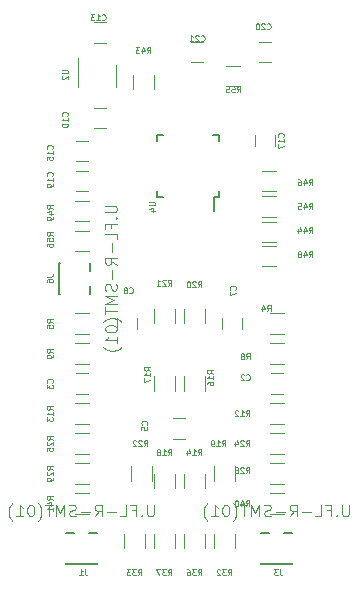
<source format=gbo>
G04 #@! TF.FileFunction,Legend,Bot*
%FSLAX46Y46*%
G04 Gerber Fmt 4.6, Leading zero omitted, Abs format (unit mm)*
G04 Created by KiCad (PCBNEW 4.0.6) date 08/04/17 15:07:46*
%MOMM*%
%LPD*%
G01*
G04 APERTURE LIST*
%ADD10C,0.100000*%
%ADD11C,0.120000*%
%ADD12C,0.127000*%
%ADD13C,0.150000*%
%ADD14C,0.125000*%
%ADD15C,0.050000*%
G04 APERTURE END LIST*
D10*
D11*
X161075000Y-122420000D02*
X161075000Y-121420000D01*
X162775000Y-121420000D02*
X162775000Y-122420000D01*
X166235000Y-127850000D02*
X165235000Y-127850000D01*
X165235000Y-126150000D02*
X166235000Y-126150000D01*
X162170000Y-135220000D02*
X162170000Y-134020000D01*
X160410000Y-134020000D02*
X160410000Y-135220000D01*
X157090000Y-140935000D02*
X157090000Y-139735000D01*
X155330000Y-139735000D02*
X155330000Y-140935000D01*
X152105000Y-100065000D02*
X152105000Y-101865000D01*
X148885000Y-101865000D02*
X148885000Y-99415000D01*
X148625000Y-122800000D02*
X149825000Y-122800000D01*
X149825000Y-121040000D02*
X148625000Y-121040000D01*
X157090000Y-135855000D02*
X157090000Y-134655000D01*
X155330000Y-134655000D02*
X155330000Y-135855000D01*
X156980000Y-129960000D02*
X157980000Y-129960000D01*
X157980000Y-131660000D02*
X156980000Y-131660000D01*
X165700000Y-111134000D02*
X164500000Y-111134000D01*
X164500000Y-112894000D02*
X165700000Y-112894000D01*
X159630000Y-121885000D02*
X159630000Y-120685000D01*
X157870000Y-120685000D02*
X157870000Y-121885000D01*
X148725000Y-126150000D02*
X149725000Y-126150000D01*
X149725000Y-127850000D02*
X148725000Y-127850000D01*
X152185000Y-122420000D02*
X152185000Y-121420000D01*
X153885000Y-121420000D02*
X153885000Y-122420000D01*
X150249000Y-103671000D02*
X151249000Y-103671000D01*
X151249000Y-105371000D02*
X150249000Y-105371000D01*
X150249000Y-96432000D02*
X151249000Y-96432000D01*
X151249000Y-98132000D02*
X150249000Y-98132000D01*
X148725000Y-106465000D02*
X149725000Y-106465000D01*
X149725000Y-108165000D02*
X148725000Y-108165000D01*
X163869000Y-106926000D02*
X163869000Y-105926000D01*
X165569000Y-105926000D02*
X165569000Y-106926000D01*
X149725000Y-110705000D02*
X148725000Y-110705000D01*
X148725000Y-109005000D02*
X149725000Y-109005000D01*
X165219000Y-99783000D02*
X164219000Y-99783000D01*
X164219000Y-98083000D02*
X165219000Y-98083000D01*
X158504000Y-98083000D02*
X159504000Y-98083000D01*
X159504000Y-99783000D02*
X158504000Y-99783000D01*
D12*
X147925000Y-142270000D02*
X150525000Y-142270000D01*
X147895000Y-142170000D02*
X147895000Y-142260000D01*
X150555000Y-142180000D02*
X150555000Y-142270000D01*
X148595000Y-139670000D02*
X147925000Y-139670000D01*
X150525000Y-139670000D02*
X149855000Y-139670000D01*
X164435000Y-142270000D02*
X167035000Y-142270000D01*
X164405000Y-142170000D02*
X164405000Y-142260000D01*
X167065000Y-142180000D02*
X167065000Y-142270000D01*
X165105000Y-139670000D02*
X164435000Y-139670000D01*
X167035000Y-139670000D02*
X166365000Y-139670000D01*
X147290000Y-116810000D02*
X147290000Y-119410000D01*
X147390000Y-116780000D02*
X147300000Y-116780000D01*
X147380000Y-119440000D02*
X147290000Y-119440000D01*
X149890000Y-117480000D02*
X149890000Y-116810000D01*
X149890000Y-119410000D02*
X149890000Y-118740000D01*
D11*
X166335000Y-121040000D02*
X165135000Y-121040000D01*
X165135000Y-122800000D02*
X166335000Y-122800000D01*
X165135000Y-125340000D02*
X166335000Y-125340000D01*
X166335000Y-123580000D02*
X165135000Y-123580000D01*
X149825000Y-123580000D02*
X148625000Y-123580000D01*
X148625000Y-125340000D02*
X149825000Y-125340000D01*
X166335000Y-128660000D02*
X165135000Y-128660000D01*
X165135000Y-130420000D02*
X166335000Y-130420000D01*
X148625000Y-130420000D02*
X149825000Y-130420000D01*
X149825000Y-128660000D02*
X148625000Y-128660000D01*
X159630000Y-135855000D02*
X159630000Y-134655000D01*
X157870000Y-134655000D02*
X157870000Y-135855000D01*
X157870000Y-126400000D02*
X157870000Y-127600000D01*
X159630000Y-127600000D02*
X159630000Y-126400000D01*
X155330000Y-126400000D02*
X155330000Y-127600000D01*
X157090000Y-127600000D02*
X157090000Y-126400000D01*
X157090000Y-121885000D02*
X157090000Y-120685000D01*
X155330000Y-120685000D02*
X155330000Y-121885000D01*
X155185000Y-135220000D02*
X155185000Y-134020000D01*
X153425000Y-134020000D02*
X153425000Y-135220000D01*
X166335000Y-131200000D02*
X165135000Y-131200000D01*
X165135000Y-132960000D02*
X166335000Y-132960000D01*
X148625000Y-132960000D02*
X149825000Y-132960000D01*
X149825000Y-131200000D02*
X148625000Y-131200000D01*
X165135000Y-135500000D02*
X166335000Y-135500000D01*
X166335000Y-133740000D02*
X165135000Y-133740000D01*
X149825000Y-133740000D02*
X148625000Y-133740000D01*
X148625000Y-135500000D02*
X149825000Y-135500000D01*
X162170000Y-140935000D02*
X162170000Y-139735000D01*
X160410000Y-139735000D02*
X160410000Y-140935000D01*
X154550000Y-140935000D02*
X154550000Y-139735000D01*
X152790000Y-139735000D02*
X152790000Y-140935000D01*
X159630000Y-140935000D02*
X159630000Y-139735000D01*
X157870000Y-139735000D02*
X157870000Y-140935000D01*
X165135000Y-138040000D02*
X166335000Y-138040000D01*
X166335000Y-136280000D02*
X165135000Y-136280000D01*
X149825000Y-136280000D02*
X148625000Y-136280000D01*
X148625000Y-138040000D02*
X149825000Y-138040000D01*
X155312000Y-102073000D02*
X155312000Y-100873000D01*
X153552000Y-100873000D02*
X153552000Y-102073000D01*
X165700000Y-113293000D02*
X164500000Y-113293000D01*
X164500000Y-115053000D02*
X165700000Y-115053000D01*
X165700000Y-108975000D02*
X164500000Y-108975000D01*
X164500000Y-110735000D02*
X165700000Y-110735000D01*
X165700000Y-115325000D02*
X164500000Y-115325000D01*
X164500000Y-117085000D02*
X165700000Y-117085000D01*
X149825000Y-111515000D02*
X148625000Y-111515000D01*
X148625000Y-113275000D02*
X149825000Y-113275000D01*
X162652000Y-100085000D02*
X161452000Y-100085000D01*
X161452000Y-101845000D02*
X162652000Y-101845000D01*
X148625000Y-115815000D02*
X149825000Y-115815000D01*
X149825000Y-114055000D02*
X148625000Y-114055000D01*
D13*
X160867000Y-111210000D02*
X160442000Y-111210000D01*
X160867000Y-105960000D02*
X160357000Y-105960000D01*
X155617000Y-105960000D02*
X156127000Y-105960000D01*
X155617000Y-111210000D02*
X156127000Y-111210000D01*
X160867000Y-111210000D02*
X160867000Y-110700000D01*
X155617000Y-111210000D02*
X155617000Y-110700000D01*
X155617000Y-105960000D02*
X155617000Y-106470000D01*
X160867000Y-105960000D02*
X160867000Y-106470000D01*
X160442000Y-111210000D02*
X160442000Y-112435000D01*
D14*
X162230571Y-119042667D02*
X162254381Y-119018857D01*
X162278190Y-118947429D01*
X162278190Y-118899810D01*
X162254381Y-118828381D01*
X162206762Y-118780762D01*
X162159143Y-118756953D01*
X162063905Y-118733143D01*
X161992476Y-118733143D01*
X161897238Y-118756953D01*
X161849619Y-118780762D01*
X161802000Y-118828381D01*
X161778190Y-118899810D01*
X161778190Y-118947429D01*
X161802000Y-119018857D01*
X161825810Y-119042667D01*
X161778190Y-119209334D02*
X161778190Y-119542667D01*
X162278190Y-119328381D01*
X163151333Y-126670571D02*
X163175143Y-126694381D01*
X163246571Y-126718190D01*
X163294190Y-126718190D01*
X163365619Y-126694381D01*
X163413238Y-126646762D01*
X163437047Y-126599143D01*
X163460857Y-126503905D01*
X163460857Y-126432476D01*
X163437047Y-126337238D01*
X163413238Y-126289619D01*
X163365619Y-126242000D01*
X163294190Y-126218190D01*
X163246571Y-126218190D01*
X163175143Y-126242000D01*
X163151333Y-126265810D01*
X162960857Y-126265810D02*
X162937047Y-126242000D01*
X162889428Y-126218190D01*
X162770381Y-126218190D01*
X162722762Y-126242000D01*
X162698952Y-126265810D01*
X162675143Y-126313429D01*
X162675143Y-126361048D01*
X162698952Y-126432476D01*
X162984666Y-126718190D01*
X162675143Y-126718190D01*
X161103428Y-132306190D02*
X161270095Y-132068095D01*
X161389142Y-132306190D02*
X161389142Y-131806190D01*
X161198666Y-131806190D01*
X161151047Y-131830000D01*
X161127238Y-131853810D01*
X161103428Y-131901429D01*
X161103428Y-131972857D01*
X161127238Y-132020476D01*
X161151047Y-132044286D01*
X161198666Y-132068095D01*
X161389142Y-132068095D01*
X160627238Y-132306190D02*
X160912952Y-132306190D01*
X160770095Y-132306190D02*
X160770095Y-131806190D01*
X160817714Y-131877619D01*
X160865333Y-131925238D01*
X160912952Y-131949048D01*
X160389143Y-132306190D02*
X160293905Y-132306190D01*
X160246286Y-132282381D01*
X160222476Y-132258571D01*
X160174857Y-132187143D01*
X160151048Y-132091905D01*
X160151048Y-131901429D01*
X160174857Y-131853810D01*
X160198667Y-131830000D01*
X160246286Y-131806190D01*
X160341524Y-131806190D01*
X160389143Y-131830000D01*
X160412952Y-131853810D01*
X160436762Y-131901429D01*
X160436762Y-132020476D01*
X160412952Y-132068095D01*
X160389143Y-132091905D01*
X160341524Y-132115714D01*
X160246286Y-132115714D01*
X160198667Y-132091905D01*
X160174857Y-132068095D01*
X160151048Y-132020476D01*
X156531428Y-143228190D02*
X156698095Y-142990095D01*
X156817142Y-143228190D02*
X156817142Y-142728190D01*
X156626666Y-142728190D01*
X156579047Y-142752000D01*
X156555238Y-142775810D01*
X156531428Y-142823429D01*
X156531428Y-142894857D01*
X156555238Y-142942476D01*
X156579047Y-142966286D01*
X156626666Y-142990095D01*
X156817142Y-142990095D01*
X156364761Y-142728190D02*
X156055238Y-142728190D01*
X156221904Y-142918667D01*
X156150476Y-142918667D01*
X156102857Y-142942476D01*
X156079047Y-142966286D01*
X156055238Y-143013905D01*
X156055238Y-143132952D01*
X156079047Y-143180571D01*
X156102857Y-143204381D01*
X156150476Y-143228190D01*
X156293333Y-143228190D01*
X156340952Y-143204381D01*
X156364761Y-143180571D01*
X155888571Y-142728190D02*
X155555238Y-142728190D01*
X155769524Y-143228190D01*
X147554190Y-100457048D02*
X147958952Y-100457048D01*
X148006571Y-100480857D01*
X148030381Y-100504667D01*
X148054190Y-100552286D01*
X148054190Y-100647524D01*
X148030381Y-100695143D01*
X148006571Y-100718952D01*
X147958952Y-100742762D01*
X147554190Y-100742762D01*
X147601810Y-100957048D02*
X147578000Y-100980858D01*
X147554190Y-101028477D01*
X147554190Y-101147524D01*
X147578000Y-101195143D01*
X147601810Y-101218953D01*
X147649429Y-101242762D01*
X147697048Y-101242762D01*
X147768476Y-101218953D01*
X148054190Y-100933239D01*
X148054190Y-101242762D01*
X146784190Y-121836667D02*
X146546095Y-121670000D01*
X146784190Y-121550953D02*
X146284190Y-121550953D01*
X146284190Y-121741429D01*
X146308000Y-121789048D01*
X146331810Y-121812857D01*
X146379429Y-121836667D01*
X146450857Y-121836667D01*
X146498476Y-121812857D01*
X146522286Y-121789048D01*
X146546095Y-121741429D01*
X146546095Y-121550953D01*
X146284190Y-122289048D02*
X146284190Y-122050953D01*
X146522286Y-122027143D01*
X146498476Y-122050953D01*
X146474667Y-122098572D01*
X146474667Y-122217619D01*
X146498476Y-122265238D01*
X146522286Y-122289048D01*
X146569905Y-122312857D01*
X146688952Y-122312857D01*
X146736571Y-122289048D01*
X146760381Y-122265238D01*
X146784190Y-122217619D01*
X146784190Y-122098572D01*
X146760381Y-122050953D01*
X146736571Y-122027143D01*
X156531428Y-133068190D02*
X156698095Y-132830095D01*
X156817142Y-133068190D02*
X156817142Y-132568190D01*
X156626666Y-132568190D01*
X156579047Y-132592000D01*
X156555238Y-132615810D01*
X156531428Y-132663429D01*
X156531428Y-132734857D01*
X156555238Y-132782476D01*
X156579047Y-132806286D01*
X156626666Y-132830095D01*
X156817142Y-132830095D01*
X156055238Y-133068190D02*
X156340952Y-133068190D01*
X156198095Y-133068190D02*
X156198095Y-132568190D01*
X156245714Y-132639619D01*
X156293333Y-132687238D01*
X156340952Y-132711048D01*
X155769524Y-132782476D02*
X155817143Y-132758667D01*
X155840952Y-132734857D01*
X155864762Y-132687238D01*
X155864762Y-132663429D01*
X155840952Y-132615810D01*
X155817143Y-132592000D01*
X155769524Y-132568190D01*
X155674286Y-132568190D01*
X155626667Y-132592000D01*
X155602857Y-132615810D01*
X155579048Y-132663429D01*
X155579048Y-132687238D01*
X155602857Y-132734857D01*
X155626667Y-132758667D01*
X155674286Y-132782476D01*
X155769524Y-132782476D01*
X155817143Y-132806286D01*
X155840952Y-132830095D01*
X155864762Y-132877714D01*
X155864762Y-132972952D01*
X155840952Y-133020571D01*
X155817143Y-133044381D01*
X155769524Y-133068190D01*
X155674286Y-133068190D01*
X155626667Y-133044381D01*
X155602857Y-133020571D01*
X155579048Y-132972952D01*
X155579048Y-132877714D01*
X155602857Y-132830095D01*
X155626667Y-132806286D01*
X155674286Y-132782476D01*
X154737571Y-130472667D02*
X154761381Y-130448857D01*
X154785190Y-130377429D01*
X154785190Y-130329810D01*
X154761381Y-130258381D01*
X154713762Y-130210762D01*
X154666143Y-130186953D01*
X154570905Y-130163143D01*
X154499476Y-130163143D01*
X154404238Y-130186953D01*
X154356619Y-130210762D01*
X154309000Y-130258381D01*
X154285190Y-130329810D01*
X154285190Y-130377429D01*
X154309000Y-130448857D01*
X154332810Y-130472667D01*
X154285190Y-130925048D02*
X154285190Y-130686953D01*
X154523286Y-130663143D01*
X154499476Y-130686953D01*
X154475667Y-130734572D01*
X154475667Y-130853619D01*
X154499476Y-130901238D01*
X154523286Y-130925048D01*
X154570905Y-130948857D01*
X154689952Y-130948857D01*
X154737571Y-130925048D01*
X154761381Y-130901238D01*
X154785190Y-130853619D01*
X154785190Y-130734572D01*
X154761381Y-130686953D01*
X154737571Y-130663143D01*
X168469428Y-112240190D02*
X168636095Y-112002095D01*
X168755142Y-112240190D02*
X168755142Y-111740190D01*
X168564666Y-111740190D01*
X168517047Y-111764000D01*
X168493238Y-111787810D01*
X168469428Y-111835429D01*
X168469428Y-111906857D01*
X168493238Y-111954476D01*
X168517047Y-111978286D01*
X168564666Y-112002095D01*
X168755142Y-112002095D01*
X168040857Y-111906857D02*
X168040857Y-112240190D01*
X168159904Y-111716381D02*
X168278952Y-112073524D01*
X167969428Y-112073524D01*
X167540857Y-111740190D02*
X167778952Y-111740190D01*
X167802762Y-111978286D01*
X167778952Y-111954476D01*
X167731333Y-111930667D01*
X167612286Y-111930667D01*
X167564667Y-111954476D01*
X167540857Y-111978286D01*
X167517048Y-112025905D01*
X167517048Y-112144952D01*
X167540857Y-112192571D01*
X167564667Y-112216381D01*
X167612286Y-112240190D01*
X167731333Y-112240190D01*
X167778952Y-112216381D01*
X167802762Y-112192571D01*
X159071428Y-118844190D02*
X159238095Y-118606095D01*
X159357142Y-118844190D02*
X159357142Y-118344190D01*
X159166666Y-118344190D01*
X159119047Y-118368000D01*
X159095238Y-118391810D01*
X159071428Y-118439429D01*
X159071428Y-118510857D01*
X159095238Y-118558476D01*
X159119047Y-118582286D01*
X159166666Y-118606095D01*
X159357142Y-118606095D01*
X158880952Y-118391810D02*
X158857142Y-118368000D01*
X158809523Y-118344190D01*
X158690476Y-118344190D01*
X158642857Y-118368000D01*
X158619047Y-118391810D01*
X158595238Y-118439429D01*
X158595238Y-118487048D01*
X158619047Y-118558476D01*
X158904761Y-118844190D01*
X158595238Y-118844190D01*
X158285714Y-118344190D02*
X158238095Y-118344190D01*
X158190476Y-118368000D01*
X158166667Y-118391810D01*
X158142857Y-118439429D01*
X158119048Y-118534667D01*
X158119048Y-118653714D01*
X158142857Y-118748952D01*
X158166667Y-118796571D01*
X158190476Y-118820381D01*
X158238095Y-118844190D01*
X158285714Y-118844190D01*
X158333333Y-118820381D01*
X158357143Y-118796571D01*
X158380952Y-118748952D01*
X158404762Y-118653714D01*
X158404762Y-118534667D01*
X158380952Y-118439429D01*
X158357143Y-118391810D01*
X158333333Y-118368000D01*
X158285714Y-118344190D01*
X146736571Y-126916667D02*
X146760381Y-126892857D01*
X146784190Y-126821429D01*
X146784190Y-126773810D01*
X146760381Y-126702381D01*
X146712762Y-126654762D01*
X146665143Y-126630953D01*
X146569905Y-126607143D01*
X146498476Y-126607143D01*
X146403238Y-126630953D01*
X146355619Y-126654762D01*
X146308000Y-126702381D01*
X146284190Y-126773810D01*
X146284190Y-126821429D01*
X146308000Y-126892857D01*
X146331810Y-126916667D01*
X146284190Y-127083334D02*
X146284190Y-127392857D01*
X146474667Y-127226191D01*
X146474667Y-127297619D01*
X146498476Y-127345238D01*
X146522286Y-127369048D01*
X146569905Y-127392857D01*
X146688952Y-127392857D01*
X146736571Y-127369048D01*
X146760381Y-127345238D01*
X146784190Y-127297619D01*
X146784190Y-127154762D01*
X146760381Y-127107143D01*
X146736571Y-127083334D01*
X153245333Y-119304571D02*
X153269143Y-119328381D01*
X153340571Y-119352190D01*
X153388190Y-119352190D01*
X153459619Y-119328381D01*
X153507238Y-119280762D01*
X153531047Y-119233143D01*
X153554857Y-119137905D01*
X153554857Y-119066476D01*
X153531047Y-118971238D01*
X153507238Y-118923619D01*
X153459619Y-118876000D01*
X153388190Y-118852190D01*
X153340571Y-118852190D01*
X153269143Y-118876000D01*
X153245333Y-118899810D01*
X152959619Y-119066476D02*
X153007238Y-119042667D01*
X153031047Y-119018857D01*
X153054857Y-118971238D01*
X153054857Y-118947429D01*
X153031047Y-118899810D01*
X153007238Y-118876000D01*
X152959619Y-118852190D01*
X152864381Y-118852190D01*
X152816762Y-118876000D01*
X152792952Y-118899810D01*
X152769143Y-118947429D01*
X152769143Y-118971238D01*
X152792952Y-119018857D01*
X152816762Y-119042667D01*
X152864381Y-119066476D01*
X152959619Y-119066476D01*
X153007238Y-119090286D01*
X153031047Y-119114095D01*
X153054857Y-119161714D01*
X153054857Y-119256952D01*
X153031047Y-119304571D01*
X153007238Y-119328381D01*
X152959619Y-119352190D01*
X152864381Y-119352190D01*
X152816762Y-119328381D01*
X152792952Y-119304571D01*
X152769143Y-119256952D01*
X152769143Y-119161714D01*
X152792952Y-119114095D01*
X152816762Y-119090286D01*
X152864381Y-119066476D01*
X148006571Y-104326572D02*
X148030381Y-104302762D01*
X148054190Y-104231334D01*
X148054190Y-104183715D01*
X148030381Y-104112286D01*
X147982762Y-104064667D01*
X147935143Y-104040858D01*
X147839905Y-104017048D01*
X147768476Y-104017048D01*
X147673238Y-104040858D01*
X147625619Y-104064667D01*
X147578000Y-104112286D01*
X147554190Y-104183715D01*
X147554190Y-104231334D01*
X147578000Y-104302762D01*
X147601810Y-104326572D01*
X148054190Y-104802762D02*
X148054190Y-104517048D01*
X148054190Y-104659905D02*
X147554190Y-104659905D01*
X147625619Y-104612286D01*
X147673238Y-104564667D01*
X147697048Y-104517048D01*
X147554190Y-105112286D02*
X147554190Y-105159905D01*
X147578000Y-105207524D01*
X147601810Y-105231333D01*
X147649429Y-105255143D01*
X147744667Y-105278952D01*
X147863714Y-105278952D01*
X147958952Y-105255143D01*
X148006571Y-105231333D01*
X148030381Y-105207524D01*
X148054190Y-105159905D01*
X148054190Y-105112286D01*
X148030381Y-105064667D01*
X148006571Y-105040857D01*
X147958952Y-105017048D01*
X147863714Y-104993238D01*
X147744667Y-104993238D01*
X147649429Y-105017048D01*
X147601810Y-105040857D01*
X147578000Y-105064667D01*
X147554190Y-105112286D01*
X150943428Y-96190571D02*
X150967238Y-96214381D01*
X151038666Y-96238190D01*
X151086285Y-96238190D01*
X151157714Y-96214381D01*
X151205333Y-96166762D01*
X151229142Y-96119143D01*
X151252952Y-96023905D01*
X151252952Y-95952476D01*
X151229142Y-95857238D01*
X151205333Y-95809619D01*
X151157714Y-95762000D01*
X151086285Y-95738190D01*
X151038666Y-95738190D01*
X150967238Y-95762000D01*
X150943428Y-95785810D01*
X150467238Y-96238190D02*
X150752952Y-96238190D01*
X150610095Y-96238190D02*
X150610095Y-95738190D01*
X150657714Y-95809619D01*
X150705333Y-95857238D01*
X150752952Y-95881048D01*
X150300571Y-95738190D02*
X149991048Y-95738190D01*
X150157714Y-95928667D01*
X150086286Y-95928667D01*
X150038667Y-95952476D01*
X150014857Y-95976286D01*
X149991048Y-96023905D01*
X149991048Y-96142952D01*
X150014857Y-96190571D01*
X150038667Y-96214381D01*
X150086286Y-96238190D01*
X150229143Y-96238190D01*
X150276762Y-96214381D01*
X150300571Y-96190571D01*
X146736571Y-107120572D02*
X146760381Y-107096762D01*
X146784190Y-107025334D01*
X146784190Y-106977715D01*
X146760381Y-106906286D01*
X146712762Y-106858667D01*
X146665143Y-106834858D01*
X146569905Y-106811048D01*
X146498476Y-106811048D01*
X146403238Y-106834858D01*
X146355619Y-106858667D01*
X146308000Y-106906286D01*
X146284190Y-106977715D01*
X146284190Y-107025334D01*
X146308000Y-107096762D01*
X146331810Y-107120572D01*
X146784190Y-107596762D02*
X146784190Y-107311048D01*
X146784190Y-107453905D02*
X146284190Y-107453905D01*
X146355619Y-107406286D01*
X146403238Y-107358667D01*
X146427048Y-107311048D01*
X146284190Y-108049143D02*
X146284190Y-107811048D01*
X146522286Y-107787238D01*
X146498476Y-107811048D01*
X146474667Y-107858667D01*
X146474667Y-107977714D01*
X146498476Y-108025333D01*
X146522286Y-108049143D01*
X146569905Y-108072952D01*
X146688952Y-108072952D01*
X146736571Y-108049143D01*
X146760381Y-108025333D01*
X146784190Y-107977714D01*
X146784190Y-107858667D01*
X146760381Y-107811048D01*
X146736571Y-107787238D01*
X166294571Y-106104572D02*
X166318381Y-106080762D01*
X166342190Y-106009334D01*
X166342190Y-105961715D01*
X166318381Y-105890286D01*
X166270762Y-105842667D01*
X166223143Y-105818858D01*
X166127905Y-105795048D01*
X166056476Y-105795048D01*
X165961238Y-105818858D01*
X165913619Y-105842667D01*
X165866000Y-105890286D01*
X165842190Y-105961715D01*
X165842190Y-106009334D01*
X165866000Y-106080762D01*
X165889810Y-106104572D01*
X166342190Y-106580762D02*
X166342190Y-106295048D01*
X166342190Y-106437905D02*
X165842190Y-106437905D01*
X165913619Y-106390286D01*
X165961238Y-106342667D01*
X165985048Y-106295048D01*
X165842190Y-106747429D02*
X165842190Y-107080762D01*
X166342190Y-106866476D01*
X146736571Y-109406572D02*
X146760381Y-109382762D01*
X146784190Y-109311334D01*
X146784190Y-109263715D01*
X146760381Y-109192286D01*
X146712762Y-109144667D01*
X146665143Y-109120858D01*
X146569905Y-109097048D01*
X146498476Y-109097048D01*
X146403238Y-109120858D01*
X146355619Y-109144667D01*
X146308000Y-109192286D01*
X146284190Y-109263715D01*
X146284190Y-109311334D01*
X146308000Y-109382762D01*
X146331810Y-109406572D01*
X146784190Y-109882762D02*
X146784190Y-109597048D01*
X146784190Y-109739905D02*
X146284190Y-109739905D01*
X146355619Y-109692286D01*
X146403238Y-109644667D01*
X146427048Y-109597048D01*
X146784190Y-110120857D02*
X146784190Y-110216095D01*
X146760381Y-110263714D01*
X146736571Y-110287524D01*
X146665143Y-110335143D01*
X146569905Y-110358952D01*
X146379429Y-110358952D01*
X146331810Y-110335143D01*
X146308000Y-110311333D01*
X146284190Y-110263714D01*
X146284190Y-110168476D01*
X146308000Y-110120857D01*
X146331810Y-110097048D01*
X146379429Y-110073238D01*
X146498476Y-110073238D01*
X146546095Y-110097048D01*
X146569905Y-110120857D01*
X146593714Y-110168476D01*
X146593714Y-110263714D01*
X146569905Y-110311333D01*
X146546095Y-110335143D01*
X146498476Y-110358952D01*
X164913428Y-96952571D02*
X164937238Y-96976381D01*
X165008666Y-97000190D01*
X165056285Y-97000190D01*
X165127714Y-96976381D01*
X165175333Y-96928762D01*
X165199142Y-96881143D01*
X165222952Y-96785905D01*
X165222952Y-96714476D01*
X165199142Y-96619238D01*
X165175333Y-96571619D01*
X165127714Y-96524000D01*
X165056285Y-96500190D01*
X165008666Y-96500190D01*
X164937238Y-96524000D01*
X164913428Y-96547810D01*
X164722952Y-96547810D02*
X164699142Y-96524000D01*
X164651523Y-96500190D01*
X164532476Y-96500190D01*
X164484857Y-96524000D01*
X164461047Y-96547810D01*
X164437238Y-96595429D01*
X164437238Y-96643048D01*
X164461047Y-96714476D01*
X164746761Y-97000190D01*
X164437238Y-97000190D01*
X164127714Y-96500190D02*
X164080095Y-96500190D01*
X164032476Y-96524000D01*
X164008667Y-96547810D01*
X163984857Y-96595429D01*
X163961048Y-96690667D01*
X163961048Y-96809714D01*
X163984857Y-96904952D01*
X164008667Y-96952571D01*
X164032476Y-96976381D01*
X164080095Y-97000190D01*
X164127714Y-97000190D01*
X164175333Y-96976381D01*
X164199143Y-96952571D01*
X164222952Y-96904952D01*
X164246762Y-96809714D01*
X164246762Y-96690667D01*
X164222952Y-96595429D01*
X164199143Y-96547810D01*
X164175333Y-96524000D01*
X164127714Y-96500190D01*
X159325428Y-97968571D02*
X159349238Y-97992381D01*
X159420666Y-98016190D01*
X159468285Y-98016190D01*
X159539714Y-97992381D01*
X159587333Y-97944762D01*
X159611142Y-97897143D01*
X159634952Y-97801905D01*
X159634952Y-97730476D01*
X159611142Y-97635238D01*
X159587333Y-97587619D01*
X159539714Y-97540000D01*
X159468285Y-97516190D01*
X159420666Y-97516190D01*
X159349238Y-97540000D01*
X159325428Y-97563810D01*
X159134952Y-97563810D02*
X159111142Y-97540000D01*
X159063523Y-97516190D01*
X158944476Y-97516190D01*
X158896857Y-97540000D01*
X158873047Y-97563810D01*
X158849238Y-97611429D01*
X158849238Y-97659048D01*
X158873047Y-97730476D01*
X159158761Y-98016190D01*
X158849238Y-98016190D01*
X158373048Y-98016190D02*
X158658762Y-98016190D01*
X158515905Y-98016190D02*
X158515905Y-97516190D01*
X158563524Y-97587619D01*
X158611143Y-97635238D01*
X158658762Y-97659048D01*
X149518666Y-142728190D02*
X149518666Y-143085333D01*
X149542476Y-143156762D01*
X149590095Y-143204381D01*
X149661523Y-143228190D01*
X149709142Y-143228190D01*
X149018667Y-143228190D02*
X149304381Y-143228190D01*
X149161524Y-143228190D02*
X149161524Y-142728190D01*
X149209143Y-142799619D01*
X149256762Y-142847238D01*
X149304381Y-142871048D01*
D15*
X155342857Y-137257381D02*
X155342857Y-138066905D01*
X155295238Y-138162143D01*
X155247619Y-138209762D01*
X155152381Y-138257381D01*
X154961904Y-138257381D01*
X154866666Y-138209762D01*
X154819047Y-138162143D01*
X154771428Y-138066905D01*
X154771428Y-137257381D01*
X154295238Y-138162143D02*
X154247619Y-138209762D01*
X154295238Y-138257381D01*
X154342857Y-138209762D01*
X154295238Y-138162143D01*
X154295238Y-138257381D01*
X153485714Y-137733571D02*
X153819048Y-137733571D01*
X153819048Y-138257381D02*
X153819048Y-137257381D01*
X153342857Y-137257381D01*
X152485714Y-138257381D02*
X152961905Y-138257381D01*
X152961905Y-137257381D01*
X152152381Y-137876429D02*
X151390476Y-137876429D01*
X150342857Y-138257381D02*
X150676191Y-137781190D01*
X150914286Y-138257381D02*
X150914286Y-137257381D01*
X150533333Y-137257381D01*
X150438095Y-137305000D01*
X150390476Y-137352619D01*
X150342857Y-137447857D01*
X150342857Y-137590714D01*
X150390476Y-137685952D01*
X150438095Y-137733571D01*
X150533333Y-137781190D01*
X150914286Y-137781190D01*
X149914286Y-137876429D02*
X149152381Y-137876429D01*
X148723810Y-138209762D02*
X148580953Y-138257381D01*
X148342857Y-138257381D01*
X148247619Y-138209762D01*
X148200000Y-138162143D01*
X148152381Y-138066905D01*
X148152381Y-137971667D01*
X148200000Y-137876429D01*
X148247619Y-137828810D01*
X148342857Y-137781190D01*
X148533334Y-137733571D01*
X148628572Y-137685952D01*
X148676191Y-137638333D01*
X148723810Y-137543095D01*
X148723810Y-137447857D01*
X148676191Y-137352619D01*
X148628572Y-137305000D01*
X148533334Y-137257381D01*
X148295238Y-137257381D01*
X148152381Y-137305000D01*
X147723810Y-138257381D02*
X147723810Y-137257381D01*
X147390476Y-137971667D01*
X147057143Y-137257381D01*
X147057143Y-138257381D01*
X146723810Y-137257381D02*
X146152381Y-137257381D01*
X146438096Y-138257381D02*
X146438096Y-137257381D01*
X145533333Y-138638333D02*
X145580953Y-138590714D01*
X145676191Y-138447857D01*
X145723810Y-138352619D01*
X145771429Y-138209762D01*
X145819048Y-137971667D01*
X145819048Y-137781190D01*
X145771429Y-137543095D01*
X145723810Y-137400238D01*
X145676191Y-137305000D01*
X145580953Y-137162143D01*
X145533333Y-137114524D01*
X144961905Y-137257381D02*
X144866666Y-137257381D01*
X144771428Y-137305000D01*
X144723809Y-137352619D01*
X144676190Y-137447857D01*
X144628571Y-137638333D01*
X144628571Y-137876429D01*
X144676190Y-138066905D01*
X144723809Y-138162143D01*
X144771428Y-138209762D01*
X144866666Y-138257381D01*
X144961905Y-138257381D01*
X145057143Y-138209762D01*
X145104762Y-138162143D01*
X145152381Y-138066905D01*
X145200000Y-137876429D01*
X145200000Y-137638333D01*
X145152381Y-137447857D01*
X145104762Y-137352619D01*
X145057143Y-137305000D01*
X144961905Y-137257381D01*
X143676190Y-138257381D02*
X144247619Y-138257381D01*
X143961905Y-138257381D02*
X143961905Y-137257381D01*
X144057143Y-137400238D01*
X144152381Y-137495476D01*
X144247619Y-137543095D01*
X143342857Y-138638333D02*
X143295238Y-138590714D01*
X143200000Y-138447857D01*
X143152381Y-138352619D01*
X143104762Y-138209762D01*
X143057143Y-137971667D01*
X143057143Y-137781190D01*
X143104762Y-137543095D01*
X143152381Y-137400238D01*
X143200000Y-137305000D01*
X143295238Y-137162143D01*
X143342857Y-137114524D01*
D14*
X166028666Y-142728190D02*
X166028666Y-143085333D01*
X166052476Y-143156762D01*
X166100095Y-143204381D01*
X166171523Y-143228190D01*
X166219142Y-143228190D01*
X165838190Y-142728190D02*
X165528667Y-142728190D01*
X165695333Y-142918667D01*
X165623905Y-142918667D01*
X165576286Y-142942476D01*
X165552476Y-142966286D01*
X165528667Y-143013905D01*
X165528667Y-143132952D01*
X165552476Y-143180571D01*
X165576286Y-143204381D01*
X165623905Y-143228190D01*
X165766762Y-143228190D01*
X165814381Y-143204381D01*
X165838190Y-143180571D01*
D15*
X171852857Y-137257381D02*
X171852857Y-138066905D01*
X171805238Y-138162143D01*
X171757619Y-138209762D01*
X171662381Y-138257381D01*
X171471904Y-138257381D01*
X171376666Y-138209762D01*
X171329047Y-138162143D01*
X171281428Y-138066905D01*
X171281428Y-137257381D01*
X170805238Y-138162143D02*
X170757619Y-138209762D01*
X170805238Y-138257381D01*
X170852857Y-138209762D01*
X170805238Y-138162143D01*
X170805238Y-138257381D01*
X169995714Y-137733571D02*
X170329048Y-137733571D01*
X170329048Y-138257381D02*
X170329048Y-137257381D01*
X169852857Y-137257381D01*
X168995714Y-138257381D02*
X169471905Y-138257381D01*
X169471905Y-137257381D01*
X168662381Y-137876429D02*
X167900476Y-137876429D01*
X166852857Y-138257381D02*
X167186191Y-137781190D01*
X167424286Y-138257381D02*
X167424286Y-137257381D01*
X167043333Y-137257381D01*
X166948095Y-137305000D01*
X166900476Y-137352619D01*
X166852857Y-137447857D01*
X166852857Y-137590714D01*
X166900476Y-137685952D01*
X166948095Y-137733571D01*
X167043333Y-137781190D01*
X167424286Y-137781190D01*
X166424286Y-137876429D02*
X165662381Y-137876429D01*
X165233810Y-138209762D02*
X165090953Y-138257381D01*
X164852857Y-138257381D01*
X164757619Y-138209762D01*
X164710000Y-138162143D01*
X164662381Y-138066905D01*
X164662381Y-137971667D01*
X164710000Y-137876429D01*
X164757619Y-137828810D01*
X164852857Y-137781190D01*
X165043334Y-137733571D01*
X165138572Y-137685952D01*
X165186191Y-137638333D01*
X165233810Y-137543095D01*
X165233810Y-137447857D01*
X165186191Y-137352619D01*
X165138572Y-137305000D01*
X165043334Y-137257381D01*
X164805238Y-137257381D01*
X164662381Y-137305000D01*
X164233810Y-138257381D02*
X164233810Y-137257381D01*
X163900476Y-137971667D01*
X163567143Y-137257381D01*
X163567143Y-138257381D01*
X163233810Y-137257381D02*
X162662381Y-137257381D01*
X162948096Y-138257381D02*
X162948096Y-137257381D01*
X162043333Y-138638333D02*
X162090953Y-138590714D01*
X162186191Y-138447857D01*
X162233810Y-138352619D01*
X162281429Y-138209762D01*
X162329048Y-137971667D01*
X162329048Y-137781190D01*
X162281429Y-137543095D01*
X162233810Y-137400238D01*
X162186191Y-137305000D01*
X162090953Y-137162143D01*
X162043333Y-137114524D01*
X161471905Y-137257381D02*
X161376666Y-137257381D01*
X161281428Y-137305000D01*
X161233809Y-137352619D01*
X161186190Y-137447857D01*
X161138571Y-137638333D01*
X161138571Y-137876429D01*
X161186190Y-138066905D01*
X161233809Y-138162143D01*
X161281428Y-138209762D01*
X161376666Y-138257381D01*
X161471905Y-138257381D01*
X161567143Y-138209762D01*
X161614762Y-138162143D01*
X161662381Y-138066905D01*
X161710000Y-137876429D01*
X161710000Y-137638333D01*
X161662381Y-137447857D01*
X161614762Y-137352619D01*
X161567143Y-137305000D01*
X161471905Y-137257381D01*
X160186190Y-138257381D02*
X160757619Y-138257381D01*
X160471905Y-138257381D02*
X160471905Y-137257381D01*
X160567143Y-137400238D01*
X160662381Y-137495476D01*
X160757619Y-137543095D01*
X159852857Y-138638333D02*
X159805238Y-138590714D01*
X159710000Y-138447857D01*
X159662381Y-138352619D01*
X159614762Y-138209762D01*
X159567143Y-137971667D01*
X159567143Y-137781190D01*
X159614762Y-137543095D01*
X159662381Y-137400238D01*
X159710000Y-137305000D01*
X159805238Y-137162143D01*
X159852857Y-137114524D01*
D14*
X146284190Y-117943334D02*
X146641333Y-117943334D01*
X146712762Y-117919524D01*
X146760381Y-117871905D01*
X146784190Y-117800477D01*
X146784190Y-117752858D01*
X146284190Y-118395714D02*
X146284190Y-118300476D01*
X146308000Y-118252857D01*
X146331810Y-118229048D01*
X146403238Y-118181429D01*
X146498476Y-118157619D01*
X146688952Y-118157619D01*
X146736571Y-118181429D01*
X146760381Y-118205238D01*
X146784190Y-118252857D01*
X146784190Y-118348095D01*
X146760381Y-118395714D01*
X146736571Y-118419524D01*
X146688952Y-118443333D01*
X146569905Y-118443333D01*
X146522286Y-118419524D01*
X146498476Y-118395714D01*
X146474667Y-118348095D01*
X146474667Y-118252857D01*
X146498476Y-118205238D01*
X146522286Y-118181429D01*
X146569905Y-118157619D01*
D15*
X151207381Y-111942143D02*
X152016905Y-111942143D01*
X152112143Y-111989762D01*
X152159762Y-112037381D01*
X152207381Y-112132619D01*
X152207381Y-112323096D01*
X152159762Y-112418334D01*
X152112143Y-112465953D01*
X152016905Y-112513572D01*
X151207381Y-112513572D01*
X152112143Y-112989762D02*
X152159762Y-113037381D01*
X152207381Y-112989762D01*
X152159762Y-112942143D01*
X152112143Y-112989762D01*
X152207381Y-112989762D01*
X151683571Y-113799286D02*
X151683571Y-113465952D01*
X152207381Y-113465952D02*
X151207381Y-113465952D01*
X151207381Y-113942143D01*
X152207381Y-114799286D02*
X152207381Y-114323095D01*
X151207381Y-114323095D01*
X151826429Y-115132619D02*
X151826429Y-115894524D01*
X152207381Y-116942143D02*
X151731190Y-116608809D01*
X152207381Y-116370714D02*
X151207381Y-116370714D01*
X151207381Y-116751667D01*
X151255000Y-116846905D01*
X151302619Y-116894524D01*
X151397857Y-116942143D01*
X151540714Y-116942143D01*
X151635952Y-116894524D01*
X151683571Y-116846905D01*
X151731190Y-116751667D01*
X151731190Y-116370714D01*
X151826429Y-117370714D02*
X151826429Y-118132619D01*
X152159762Y-118561190D02*
X152207381Y-118704047D01*
X152207381Y-118942143D01*
X152159762Y-119037381D01*
X152112143Y-119085000D01*
X152016905Y-119132619D01*
X151921667Y-119132619D01*
X151826429Y-119085000D01*
X151778810Y-119037381D01*
X151731190Y-118942143D01*
X151683571Y-118751666D01*
X151635952Y-118656428D01*
X151588333Y-118608809D01*
X151493095Y-118561190D01*
X151397857Y-118561190D01*
X151302619Y-118608809D01*
X151255000Y-118656428D01*
X151207381Y-118751666D01*
X151207381Y-118989762D01*
X151255000Y-119132619D01*
X152207381Y-119561190D02*
X151207381Y-119561190D01*
X151921667Y-119894524D01*
X151207381Y-120227857D01*
X152207381Y-120227857D01*
X151207381Y-120561190D02*
X151207381Y-121132619D01*
X152207381Y-120846904D02*
X151207381Y-120846904D01*
X152588333Y-121751667D02*
X152540714Y-121704047D01*
X152397857Y-121608809D01*
X152302619Y-121561190D01*
X152159762Y-121513571D01*
X151921667Y-121465952D01*
X151731190Y-121465952D01*
X151493095Y-121513571D01*
X151350238Y-121561190D01*
X151255000Y-121608809D01*
X151112143Y-121704047D01*
X151064524Y-121751667D01*
X151207381Y-122323095D02*
X151207381Y-122418334D01*
X151255000Y-122513572D01*
X151302619Y-122561191D01*
X151397857Y-122608810D01*
X151588333Y-122656429D01*
X151826429Y-122656429D01*
X152016905Y-122608810D01*
X152112143Y-122561191D01*
X152159762Y-122513572D01*
X152207381Y-122418334D01*
X152207381Y-122323095D01*
X152159762Y-122227857D01*
X152112143Y-122180238D01*
X152016905Y-122132619D01*
X151826429Y-122085000D01*
X151588333Y-122085000D01*
X151397857Y-122132619D01*
X151302619Y-122180238D01*
X151255000Y-122227857D01*
X151207381Y-122323095D01*
X152207381Y-123608810D02*
X152207381Y-123037381D01*
X152207381Y-123323095D02*
X151207381Y-123323095D01*
X151350238Y-123227857D01*
X151445476Y-123132619D01*
X151493095Y-123037381D01*
X152588333Y-123942143D02*
X152540714Y-123989762D01*
X152397857Y-124085000D01*
X152302619Y-124132619D01*
X152159762Y-124180238D01*
X151921667Y-124227857D01*
X151731190Y-124227857D01*
X151493095Y-124180238D01*
X151350238Y-124132619D01*
X151255000Y-124085000D01*
X151112143Y-123989762D01*
X151064524Y-123942143D01*
D14*
X164929333Y-120876190D02*
X165096000Y-120638095D01*
X165215047Y-120876190D02*
X165215047Y-120376190D01*
X165024571Y-120376190D01*
X164976952Y-120400000D01*
X164953143Y-120423810D01*
X164929333Y-120471429D01*
X164929333Y-120542857D01*
X164953143Y-120590476D01*
X164976952Y-120614286D01*
X165024571Y-120638095D01*
X165215047Y-120638095D01*
X164500762Y-120542857D02*
X164500762Y-120876190D01*
X164619809Y-120352381D02*
X164738857Y-120709524D01*
X164429333Y-120709524D01*
X163151333Y-124940190D02*
X163318000Y-124702095D01*
X163437047Y-124940190D02*
X163437047Y-124440190D01*
X163246571Y-124440190D01*
X163198952Y-124464000D01*
X163175143Y-124487810D01*
X163151333Y-124535429D01*
X163151333Y-124606857D01*
X163175143Y-124654476D01*
X163198952Y-124678286D01*
X163246571Y-124702095D01*
X163437047Y-124702095D01*
X162865619Y-124654476D02*
X162913238Y-124630667D01*
X162937047Y-124606857D01*
X162960857Y-124559238D01*
X162960857Y-124535429D01*
X162937047Y-124487810D01*
X162913238Y-124464000D01*
X162865619Y-124440190D01*
X162770381Y-124440190D01*
X162722762Y-124464000D01*
X162698952Y-124487810D01*
X162675143Y-124535429D01*
X162675143Y-124559238D01*
X162698952Y-124606857D01*
X162722762Y-124630667D01*
X162770381Y-124654476D01*
X162865619Y-124654476D01*
X162913238Y-124678286D01*
X162937047Y-124702095D01*
X162960857Y-124749714D01*
X162960857Y-124844952D01*
X162937047Y-124892571D01*
X162913238Y-124916381D01*
X162865619Y-124940190D01*
X162770381Y-124940190D01*
X162722762Y-124916381D01*
X162698952Y-124892571D01*
X162675143Y-124844952D01*
X162675143Y-124749714D01*
X162698952Y-124702095D01*
X162722762Y-124678286D01*
X162770381Y-124654476D01*
X146784190Y-124376667D02*
X146546095Y-124210000D01*
X146784190Y-124090953D02*
X146284190Y-124090953D01*
X146284190Y-124281429D01*
X146308000Y-124329048D01*
X146331810Y-124352857D01*
X146379429Y-124376667D01*
X146450857Y-124376667D01*
X146498476Y-124352857D01*
X146522286Y-124329048D01*
X146546095Y-124281429D01*
X146546095Y-124090953D01*
X146784190Y-124614762D02*
X146784190Y-124710000D01*
X146760381Y-124757619D01*
X146736571Y-124781429D01*
X146665143Y-124829048D01*
X146569905Y-124852857D01*
X146379429Y-124852857D01*
X146331810Y-124829048D01*
X146308000Y-124805238D01*
X146284190Y-124757619D01*
X146284190Y-124662381D01*
X146308000Y-124614762D01*
X146331810Y-124590953D01*
X146379429Y-124567143D01*
X146498476Y-124567143D01*
X146546095Y-124590953D01*
X146569905Y-124614762D01*
X146593714Y-124662381D01*
X146593714Y-124757619D01*
X146569905Y-124805238D01*
X146546095Y-124829048D01*
X146498476Y-124852857D01*
X163135428Y-129766190D02*
X163302095Y-129528095D01*
X163421142Y-129766190D02*
X163421142Y-129266190D01*
X163230666Y-129266190D01*
X163183047Y-129290000D01*
X163159238Y-129313810D01*
X163135428Y-129361429D01*
X163135428Y-129432857D01*
X163159238Y-129480476D01*
X163183047Y-129504286D01*
X163230666Y-129528095D01*
X163421142Y-129528095D01*
X162659238Y-129766190D02*
X162944952Y-129766190D01*
X162802095Y-129766190D02*
X162802095Y-129266190D01*
X162849714Y-129337619D01*
X162897333Y-129385238D01*
X162944952Y-129409048D01*
X162468762Y-129313810D02*
X162444952Y-129290000D01*
X162397333Y-129266190D01*
X162278286Y-129266190D01*
X162230667Y-129290000D01*
X162206857Y-129313810D01*
X162183048Y-129361429D01*
X162183048Y-129409048D01*
X162206857Y-129480476D01*
X162492571Y-129766190D01*
X162183048Y-129766190D01*
X146784190Y-129218572D02*
X146546095Y-129051905D01*
X146784190Y-128932858D02*
X146284190Y-128932858D01*
X146284190Y-129123334D01*
X146308000Y-129170953D01*
X146331810Y-129194762D01*
X146379429Y-129218572D01*
X146450857Y-129218572D01*
X146498476Y-129194762D01*
X146522286Y-129170953D01*
X146546095Y-129123334D01*
X146546095Y-128932858D01*
X146784190Y-129694762D02*
X146784190Y-129409048D01*
X146784190Y-129551905D02*
X146284190Y-129551905D01*
X146355619Y-129504286D01*
X146403238Y-129456667D01*
X146427048Y-129409048D01*
X146284190Y-129861429D02*
X146284190Y-130170952D01*
X146474667Y-130004286D01*
X146474667Y-130075714D01*
X146498476Y-130123333D01*
X146522286Y-130147143D01*
X146569905Y-130170952D01*
X146688952Y-130170952D01*
X146736571Y-130147143D01*
X146760381Y-130123333D01*
X146784190Y-130075714D01*
X146784190Y-129932857D01*
X146760381Y-129885238D01*
X146736571Y-129861429D01*
X159071428Y-133068190D02*
X159238095Y-132830095D01*
X159357142Y-133068190D02*
X159357142Y-132568190D01*
X159166666Y-132568190D01*
X159119047Y-132592000D01*
X159095238Y-132615810D01*
X159071428Y-132663429D01*
X159071428Y-132734857D01*
X159095238Y-132782476D01*
X159119047Y-132806286D01*
X159166666Y-132830095D01*
X159357142Y-132830095D01*
X158595238Y-133068190D02*
X158880952Y-133068190D01*
X158738095Y-133068190D02*
X158738095Y-132568190D01*
X158785714Y-132639619D01*
X158833333Y-132687238D01*
X158880952Y-132711048D01*
X158166667Y-132734857D02*
X158166667Y-133068190D01*
X158285714Y-132544381D02*
X158404762Y-132901524D01*
X158095238Y-132901524D01*
X160373190Y-126170572D02*
X160135095Y-126003905D01*
X160373190Y-125884858D02*
X159873190Y-125884858D01*
X159873190Y-126075334D01*
X159897000Y-126122953D01*
X159920810Y-126146762D01*
X159968429Y-126170572D01*
X160039857Y-126170572D01*
X160087476Y-126146762D01*
X160111286Y-126122953D01*
X160135095Y-126075334D01*
X160135095Y-125884858D01*
X160373190Y-126646762D02*
X160373190Y-126361048D01*
X160373190Y-126503905D02*
X159873190Y-126503905D01*
X159944619Y-126456286D01*
X159992238Y-126408667D01*
X160016048Y-126361048D01*
X159873190Y-127075333D02*
X159873190Y-126980095D01*
X159897000Y-126932476D01*
X159920810Y-126908667D01*
X159992238Y-126861048D01*
X160087476Y-126837238D01*
X160277952Y-126837238D01*
X160325571Y-126861048D01*
X160349381Y-126884857D01*
X160373190Y-126932476D01*
X160373190Y-127027714D01*
X160349381Y-127075333D01*
X160325571Y-127099143D01*
X160277952Y-127122952D01*
X160158905Y-127122952D01*
X160111286Y-127099143D01*
X160087476Y-127075333D01*
X160063667Y-127027714D01*
X160063667Y-126932476D01*
X160087476Y-126884857D01*
X160111286Y-126861048D01*
X160158905Y-126837238D01*
X155039190Y-125916572D02*
X154801095Y-125749905D01*
X155039190Y-125630858D02*
X154539190Y-125630858D01*
X154539190Y-125821334D01*
X154563000Y-125868953D01*
X154586810Y-125892762D01*
X154634429Y-125916572D01*
X154705857Y-125916572D01*
X154753476Y-125892762D01*
X154777286Y-125868953D01*
X154801095Y-125821334D01*
X154801095Y-125630858D01*
X155039190Y-126392762D02*
X155039190Y-126107048D01*
X155039190Y-126249905D02*
X154539190Y-126249905D01*
X154610619Y-126202286D01*
X154658238Y-126154667D01*
X154682048Y-126107048D01*
X154539190Y-126559429D02*
X154539190Y-126892762D01*
X155039190Y-126678476D01*
X156531428Y-118717190D02*
X156698095Y-118479095D01*
X156817142Y-118717190D02*
X156817142Y-118217190D01*
X156626666Y-118217190D01*
X156579047Y-118241000D01*
X156555238Y-118264810D01*
X156531428Y-118312429D01*
X156531428Y-118383857D01*
X156555238Y-118431476D01*
X156579047Y-118455286D01*
X156626666Y-118479095D01*
X156817142Y-118479095D01*
X156340952Y-118264810D02*
X156317142Y-118241000D01*
X156269523Y-118217190D01*
X156150476Y-118217190D01*
X156102857Y-118241000D01*
X156079047Y-118264810D01*
X156055238Y-118312429D01*
X156055238Y-118360048D01*
X156079047Y-118431476D01*
X156364761Y-118717190D01*
X156055238Y-118717190D01*
X155579048Y-118717190D02*
X155864762Y-118717190D01*
X155721905Y-118717190D02*
X155721905Y-118217190D01*
X155769524Y-118288619D01*
X155817143Y-118336238D01*
X155864762Y-118360048D01*
X154499428Y-132306190D02*
X154666095Y-132068095D01*
X154785142Y-132306190D02*
X154785142Y-131806190D01*
X154594666Y-131806190D01*
X154547047Y-131830000D01*
X154523238Y-131853810D01*
X154499428Y-131901429D01*
X154499428Y-131972857D01*
X154523238Y-132020476D01*
X154547047Y-132044286D01*
X154594666Y-132068095D01*
X154785142Y-132068095D01*
X154308952Y-131853810D02*
X154285142Y-131830000D01*
X154237523Y-131806190D01*
X154118476Y-131806190D01*
X154070857Y-131830000D01*
X154047047Y-131853810D01*
X154023238Y-131901429D01*
X154023238Y-131949048D01*
X154047047Y-132020476D01*
X154332761Y-132306190D01*
X154023238Y-132306190D01*
X153832762Y-131853810D02*
X153808952Y-131830000D01*
X153761333Y-131806190D01*
X153642286Y-131806190D01*
X153594667Y-131830000D01*
X153570857Y-131853810D01*
X153547048Y-131901429D01*
X153547048Y-131949048D01*
X153570857Y-132020476D01*
X153856571Y-132306190D01*
X153547048Y-132306190D01*
X163135428Y-132306190D02*
X163302095Y-132068095D01*
X163421142Y-132306190D02*
X163421142Y-131806190D01*
X163230666Y-131806190D01*
X163183047Y-131830000D01*
X163159238Y-131853810D01*
X163135428Y-131901429D01*
X163135428Y-131972857D01*
X163159238Y-132020476D01*
X163183047Y-132044286D01*
X163230666Y-132068095D01*
X163421142Y-132068095D01*
X162944952Y-131853810D02*
X162921142Y-131830000D01*
X162873523Y-131806190D01*
X162754476Y-131806190D01*
X162706857Y-131830000D01*
X162683047Y-131853810D01*
X162659238Y-131901429D01*
X162659238Y-131949048D01*
X162683047Y-132020476D01*
X162968761Y-132306190D01*
X162659238Y-132306190D01*
X162230667Y-131972857D02*
X162230667Y-132306190D01*
X162349714Y-131782381D02*
X162468762Y-132139524D01*
X162159238Y-132139524D01*
X146784190Y-131758572D02*
X146546095Y-131591905D01*
X146784190Y-131472858D02*
X146284190Y-131472858D01*
X146284190Y-131663334D01*
X146308000Y-131710953D01*
X146331810Y-131734762D01*
X146379429Y-131758572D01*
X146450857Y-131758572D01*
X146498476Y-131734762D01*
X146522286Y-131710953D01*
X146546095Y-131663334D01*
X146546095Y-131472858D01*
X146331810Y-131949048D02*
X146308000Y-131972858D01*
X146284190Y-132020477D01*
X146284190Y-132139524D01*
X146308000Y-132187143D01*
X146331810Y-132210953D01*
X146379429Y-132234762D01*
X146427048Y-132234762D01*
X146498476Y-132210953D01*
X146784190Y-131925239D01*
X146784190Y-132234762D01*
X146284190Y-132687143D02*
X146284190Y-132449048D01*
X146522286Y-132425238D01*
X146498476Y-132449048D01*
X146474667Y-132496667D01*
X146474667Y-132615714D01*
X146498476Y-132663333D01*
X146522286Y-132687143D01*
X146569905Y-132710952D01*
X146688952Y-132710952D01*
X146736571Y-132687143D01*
X146760381Y-132663333D01*
X146784190Y-132615714D01*
X146784190Y-132496667D01*
X146760381Y-132449048D01*
X146736571Y-132425238D01*
X163135428Y-134592190D02*
X163302095Y-134354095D01*
X163421142Y-134592190D02*
X163421142Y-134092190D01*
X163230666Y-134092190D01*
X163183047Y-134116000D01*
X163159238Y-134139810D01*
X163135428Y-134187429D01*
X163135428Y-134258857D01*
X163159238Y-134306476D01*
X163183047Y-134330286D01*
X163230666Y-134354095D01*
X163421142Y-134354095D01*
X162944952Y-134139810D02*
X162921142Y-134116000D01*
X162873523Y-134092190D01*
X162754476Y-134092190D01*
X162706857Y-134116000D01*
X162683047Y-134139810D01*
X162659238Y-134187429D01*
X162659238Y-134235048D01*
X162683047Y-134306476D01*
X162968761Y-134592190D01*
X162659238Y-134592190D01*
X162373524Y-134306476D02*
X162421143Y-134282667D01*
X162444952Y-134258857D01*
X162468762Y-134211238D01*
X162468762Y-134187429D01*
X162444952Y-134139810D01*
X162421143Y-134116000D01*
X162373524Y-134092190D01*
X162278286Y-134092190D01*
X162230667Y-134116000D01*
X162206857Y-134139810D01*
X162183048Y-134187429D01*
X162183048Y-134211238D01*
X162206857Y-134258857D01*
X162230667Y-134282667D01*
X162278286Y-134306476D01*
X162373524Y-134306476D01*
X162421143Y-134330286D01*
X162444952Y-134354095D01*
X162468762Y-134401714D01*
X162468762Y-134496952D01*
X162444952Y-134544571D01*
X162421143Y-134568381D01*
X162373524Y-134592190D01*
X162278286Y-134592190D01*
X162230667Y-134568381D01*
X162206857Y-134544571D01*
X162183048Y-134496952D01*
X162183048Y-134401714D01*
X162206857Y-134354095D01*
X162230667Y-134330286D01*
X162278286Y-134306476D01*
X146784190Y-134298572D02*
X146546095Y-134131905D01*
X146784190Y-134012858D02*
X146284190Y-134012858D01*
X146284190Y-134203334D01*
X146308000Y-134250953D01*
X146331810Y-134274762D01*
X146379429Y-134298572D01*
X146450857Y-134298572D01*
X146498476Y-134274762D01*
X146522286Y-134250953D01*
X146546095Y-134203334D01*
X146546095Y-134012858D01*
X146331810Y-134489048D02*
X146308000Y-134512858D01*
X146284190Y-134560477D01*
X146284190Y-134679524D01*
X146308000Y-134727143D01*
X146331810Y-134750953D01*
X146379429Y-134774762D01*
X146427048Y-134774762D01*
X146498476Y-134750953D01*
X146784190Y-134465239D01*
X146784190Y-134774762D01*
X146784190Y-135012857D02*
X146784190Y-135108095D01*
X146760381Y-135155714D01*
X146736571Y-135179524D01*
X146665143Y-135227143D01*
X146569905Y-135250952D01*
X146379429Y-135250952D01*
X146331810Y-135227143D01*
X146308000Y-135203333D01*
X146284190Y-135155714D01*
X146284190Y-135060476D01*
X146308000Y-135012857D01*
X146331810Y-134989048D01*
X146379429Y-134965238D01*
X146498476Y-134965238D01*
X146546095Y-134989048D01*
X146569905Y-135012857D01*
X146593714Y-135060476D01*
X146593714Y-135155714D01*
X146569905Y-135203333D01*
X146546095Y-135227143D01*
X146498476Y-135250952D01*
X161611428Y-143228190D02*
X161778095Y-142990095D01*
X161897142Y-143228190D02*
X161897142Y-142728190D01*
X161706666Y-142728190D01*
X161659047Y-142752000D01*
X161635238Y-142775810D01*
X161611428Y-142823429D01*
X161611428Y-142894857D01*
X161635238Y-142942476D01*
X161659047Y-142966286D01*
X161706666Y-142990095D01*
X161897142Y-142990095D01*
X161444761Y-142728190D02*
X161135238Y-142728190D01*
X161301904Y-142918667D01*
X161230476Y-142918667D01*
X161182857Y-142942476D01*
X161159047Y-142966286D01*
X161135238Y-143013905D01*
X161135238Y-143132952D01*
X161159047Y-143180571D01*
X161182857Y-143204381D01*
X161230476Y-143228190D01*
X161373333Y-143228190D01*
X161420952Y-143204381D01*
X161444761Y-143180571D01*
X160944762Y-142775810D02*
X160920952Y-142752000D01*
X160873333Y-142728190D01*
X160754286Y-142728190D01*
X160706667Y-142752000D01*
X160682857Y-142775810D01*
X160659048Y-142823429D01*
X160659048Y-142871048D01*
X160682857Y-142942476D01*
X160968571Y-143228190D01*
X160659048Y-143228190D01*
X153991428Y-143228190D02*
X154158095Y-142990095D01*
X154277142Y-143228190D02*
X154277142Y-142728190D01*
X154086666Y-142728190D01*
X154039047Y-142752000D01*
X154015238Y-142775810D01*
X153991428Y-142823429D01*
X153991428Y-142894857D01*
X154015238Y-142942476D01*
X154039047Y-142966286D01*
X154086666Y-142990095D01*
X154277142Y-142990095D01*
X153824761Y-142728190D02*
X153515238Y-142728190D01*
X153681904Y-142918667D01*
X153610476Y-142918667D01*
X153562857Y-142942476D01*
X153539047Y-142966286D01*
X153515238Y-143013905D01*
X153515238Y-143132952D01*
X153539047Y-143180571D01*
X153562857Y-143204381D01*
X153610476Y-143228190D01*
X153753333Y-143228190D01*
X153800952Y-143204381D01*
X153824761Y-143180571D01*
X153348571Y-142728190D02*
X153039048Y-142728190D01*
X153205714Y-142918667D01*
X153134286Y-142918667D01*
X153086667Y-142942476D01*
X153062857Y-142966286D01*
X153039048Y-143013905D01*
X153039048Y-143132952D01*
X153062857Y-143180571D01*
X153086667Y-143204381D01*
X153134286Y-143228190D01*
X153277143Y-143228190D01*
X153324762Y-143204381D01*
X153348571Y-143180571D01*
X159071428Y-143228190D02*
X159238095Y-142990095D01*
X159357142Y-143228190D02*
X159357142Y-142728190D01*
X159166666Y-142728190D01*
X159119047Y-142752000D01*
X159095238Y-142775810D01*
X159071428Y-142823429D01*
X159071428Y-142894857D01*
X159095238Y-142942476D01*
X159119047Y-142966286D01*
X159166666Y-142990095D01*
X159357142Y-142990095D01*
X158904761Y-142728190D02*
X158595238Y-142728190D01*
X158761904Y-142918667D01*
X158690476Y-142918667D01*
X158642857Y-142942476D01*
X158619047Y-142966286D01*
X158595238Y-143013905D01*
X158595238Y-143132952D01*
X158619047Y-143180571D01*
X158642857Y-143204381D01*
X158690476Y-143228190D01*
X158833333Y-143228190D01*
X158880952Y-143204381D01*
X158904761Y-143180571D01*
X158166667Y-142728190D02*
X158261905Y-142728190D01*
X158309524Y-142752000D01*
X158333333Y-142775810D01*
X158380952Y-142847238D01*
X158404762Y-142942476D01*
X158404762Y-143132952D01*
X158380952Y-143180571D01*
X158357143Y-143204381D01*
X158309524Y-143228190D01*
X158214286Y-143228190D01*
X158166667Y-143204381D01*
X158142857Y-143180571D01*
X158119048Y-143132952D01*
X158119048Y-143013905D01*
X158142857Y-142966286D01*
X158166667Y-142942476D01*
X158214286Y-142918667D01*
X158309524Y-142918667D01*
X158357143Y-142942476D01*
X158380952Y-142966286D01*
X158404762Y-143013905D01*
X163135428Y-137386190D02*
X163302095Y-137148095D01*
X163421142Y-137386190D02*
X163421142Y-136886190D01*
X163230666Y-136886190D01*
X163183047Y-136910000D01*
X163159238Y-136933810D01*
X163135428Y-136981429D01*
X163135428Y-137052857D01*
X163159238Y-137100476D01*
X163183047Y-137124286D01*
X163230666Y-137148095D01*
X163421142Y-137148095D01*
X162706857Y-137052857D02*
X162706857Y-137386190D01*
X162825904Y-136862381D02*
X162944952Y-137219524D01*
X162635428Y-137219524D01*
X162349714Y-136886190D02*
X162302095Y-136886190D01*
X162254476Y-136910000D01*
X162230667Y-136933810D01*
X162206857Y-136981429D01*
X162183048Y-137076667D01*
X162183048Y-137195714D01*
X162206857Y-137290952D01*
X162230667Y-137338571D01*
X162254476Y-137362381D01*
X162302095Y-137386190D01*
X162349714Y-137386190D01*
X162397333Y-137362381D01*
X162421143Y-137338571D01*
X162444952Y-137290952D01*
X162468762Y-137195714D01*
X162468762Y-137076667D01*
X162444952Y-136981429D01*
X162421143Y-136933810D01*
X162397333Y-136910000D01*
X162349714Y-136886190D01*
X146784190Y-136838572D02*
X146546095Y-136671905D01*
X146784190Y-136552858D02*
X146284190Y-136552858D01*
X146284190Y-136743334D01*
X146308000Y-136790953D01*
X146331810Y-136814762D01*
X146379429Y-136838572D01*
X146450857Y-136838572D01*
X146498476Y-136814762D01*
X146522286Y-136790953D01*
X146546095Y-136743334D01*
X146546095Y-136552858D01*
X146450857Y-137267143D02*
X146784190Y-137267143D01*
X146260381Y-137148096D02*
X146617524Y-137029048D01*
X146617524Y-137338572D01*
X146784190Y-137790952D02*
X146784190Y-137505238D01*
X146784190Y-137648095D02*
X146284190Y-137648095D01*
X146355619Y-137600476D01*
X146403238Y-137552857D01*
X146427048Y-137505238D01*
X154753428Y-99032190D02*
X154920095Y-98794095D01*
X155039142Y-99032190D02*
X155039142Y-98532190D01*
X154848666Y-98532190D01*
X154801047Y-98556000D01*
X154777238Y-98579810D01*
X154753428Y-98627429D01*
X154753428Y-98698857D01*
X154777238Y-98746476D01*
X154801047Y-98770286D01*
X154848666Y-98794095D01*
X155039142Y-98794095D01*
X154324857Y-98698857D02*
X154324857Y-99032190D01*
X154443904Y-98508381D02*
X154562952Y-98865524D01*
X154253428Y-98865524D01*
X154110571Y-98532190D02*
X153801048Y-98532190D01*
X153967714Y-98722667D01*
X153896286Y-98722667D01*
X153848667Y-98746476D01*
X153824857Y-98770286D01*
X153801048Y-98817905D01*
X153801048Y-98936952D01*
X153824857Y-98984571D01*
X153848667Y-99008381D01*
X153896286Y-99032190D01*
X154039143Y-99032190D01*
X154086762Y-99008381D01*
X154110571Y-98984571D01*
X168469428Y-114272190D02*
X168636095Y-114034095D01*
X168755142Y-114272190D02*
X168755142Y-113772190D01*
X168564666Y-113772190D01*
X168517047Y-113796000D01*
X168493238Y-113819810D01*
X168469428Y-113867429D01*
X168469428Y-113938857D01*
X168493238Y-113986476D01*
X168517047Y-114010286D01*
X168564666Y-114034095D01*
X168755142Y-114034095D01*
X168040857Y-113938857D02*
X168040857Y-114272190D01*
X168159904Y-113748381D02*
X168278952Y-114105524D01*
X167969428Y-114105524D01*
X167564667Y-113938857D02*
X167564667Y-114272190D01*
X167683714Y-113748381D02*
X167802762Y-114105524D01*
X167493238Y-114105524D01*
X168469428Y-110208190D02*
X168636095Y-109970095D01*
X168755142Y-110208190D02*
X168755142Y-109708190D01*
X168564666Y-109708190D01*
X168517047Y-109732000D01*
X168493238Y-109755810D01*
X168469428Y-109803429D01*
X168469428Y-109874857D01*
X168493238Y-109922476D01*
X168517047Y-109946286D01*
X168564666Y-109970095D01*
X168755142Y-109970095D01*
X168040857Y-109874857D02*
X168040857Y-110208190D01*
X168159904Y-109684381D02*
X168278952Y-110041524D01*
X167969428Y-110041524D01*
X167564667Y-109708190D02*
X167659905Y-109708190D01*
X167707524Y-109732000D01*
X167731333Y-109755810D01*
X167778952Y-109827238D01*
X167802762Y-109922476D01*
X167802762Y-110112952D01*
X167778952Y-110160571D01*
X167755143Y-110184381D01*
X167707524Y-110208190D01*
X167612286Y-110208190D01*
X167564667Y-110184381D01*
X167540857Y-110160571D01*
X167517048Y-110112952D01*
X167517048Y-109993905D01*
X167540857Y-109946286D01*
X167564667Y-109922476D01*
X167612286Y-109898667D01*
X167707524Y-109898667D01*
X167755143Y-109922476D01*
X167778952Y-109946286D01*
X167802762Y-109993905D01*
X168469428Y-116304190D02*
X168636095Y-116066095D01*
X168755142Y-116304190D02*
X168755142Y-115804190D01*
X168564666Y-115804190D01*
X168517047Y-115828000D01*
X168493238Y-115851810D01*
X168469428Y-115899429D01*
X168469428Y-115970857D01*
X168493238Y-116018476D01*
X168517047Y-116042286D01*
X168564666Y-116066095D01*
X168755142Y-116066095D01*
X168040857Y-115970857D02*
X168040857Y-116304190D01*
X168159904Y-115780381D02*
X168278952Y-116137524D01*
X167969428Y-116137524D01*
X167707524Y-116018476D02*
X167755143Y-115994667D01*
X167778952Y-115970857D01*
X167802762Y-115923238D01*
X167802762Y-115899429D01*
X167778952Y-115851810D01*
X167755143Y-115828000D01*
X167707524Y-115804190D01*
X167612286Y-115804190D01*
X167564667Y-115828000D01*
X167540857Y-115851810D01*
X167517048Y-115899429D01*
X167517048Y-115923238D01*
X167540857Y-115970857D01*
X167564667Y-115994667D01*
X167612286Y-116018476D01*
X167707524Y-116018476D01*
X167755143Y-116042286D01*
X167778952Y-116066095D01*
X167802762Y-116113714D01*
X167802762Y-116208952D01*
X167778952Y-116256571D01*
X167755143Y-116280381D01*
X167707524Y-116304190D01*
X167612286Y-116304190D01*
X167564667Y-116280381D01*
X167540857Y-116256571D01*
X167517048Y-116208952D01*
X167517048Y-116113714D01*
X167540857Y-116066095D01*
X167564667Y-116042286D01*
X167612286Y-116018476D01*
X146784190Y-112200572D02*
X146546095Y-112033905D01*
X146784190Y-111914858D02*
X146284190Y-111914858D01*
X146284190Y-112105334D01*
X146308000Y-112152953D01*
X146331810Y-112176762D01*
X146379429Y-112200572D01*
X146450857Y-112200572D01*
X146498476Y-112176762D01*
X146522286Y-112152953D01*
X146546095Y-112105334D01*
X146546095Y-111914858D01*
X146450857Y-112629143D02*
X146784190Y-112629143D01*
X146260381Y-112510096D02*
X146617524Y-112391048D01*
X146617524Y-112700572D01*
X146784190Y-112914857D02*
X146784190Y-113010095D01*
X146760381Y-113057714D01*
X146736571Y-113081524D01*
X146665143Y-113129143D01*
X146569905Y-113152952D01*
X146379429Y-113152952D01*
X146331810Y-113129143D01*
X146308000Y-113105333D01*
X146284190Y-113057714D01*
X146284190Y-112962476D01*
X146308000Y-112914857D01*
X146331810Y-112891048D01*
X146379429Y-112867238D01*
X146498476Y-112867238D01*
X146546095Y-112891048D01*
X146569905Y-112914857D01*
X146593714Y-112962476D01*
X146593714Y-113057714D01*
X146569905Y-113105333D01*
X146546095Y-113129143D01*
X146498476Y-113152952D01*
X162373428Y-102334190D02*
X162540095Y-102096095D01*
X162659142Y-102334190D02*
X162659142Y-101834190D01*
X162468666Y-101834190D01*
X162421047Y-101858000D01*
X162397238Y-101881810D01*
X162373428Y-101929429D01*
X162373428Y-102000857D01*
X162397238Y-102048476D01*
X162421047Y-102072286D01*
X162468666Y-102096095D01*
X162659142Y-102096095D01*
X161921047Y-101834190D02*
X162159142Y-101834190D01*
X162182952Y-102072286D01*
X162159142Y-102048476D01*
X162111523Y-102024667D01*
X161992476Y-102024667D01*
X161944857Y-102048476D01*
X161921047Y-102072286D01*
X161897238Y-102119905D01*
X161897238Y-102238952D01*
X161921047Y-102286571D01*
X161944857Y-102310381D01*
X161992476Y-102334190D01*
X162111523Y-102334190D01*
X162159142Y-102310381D01*
X162182952Y-102286571D01*
X161444857Y-101834190D02*
X161682952Y-101834190D01*
X161706762Y-102072286D01*
X161682952Y-102048476D01*
X161635333Y-102024667D01*
X161516286Y-102024667D01*
X161468667Y-102048476D01*
X161444857Y-102072286D01*
X161421048Y-102119905D01*
X161421048Y-102238952D01*
X161444857Y-102286571D01*
X161468667Y-102310381D01*
X161516286Y-102334190D01*
X161635333Y-102334190D01*
X161682952Y-102310381D01*
X161706762Y-102286571D01*
X146784190Y-114486572D02*
X146546095Y-114319905D01*
X146784190Y-114200858D02*
X146284190Y-114200858D01*
X146284190Y-114391334D01*
X146308000Y-114438953D01*
X146331810Y-114462762D01*
X146379429Y-114486572D01*
X146450857Y-114486572D01*
X146498476Y-114462762D01*
X146522286Y-114438953D01*
X146546095Y-114391334D01*
X146546095Y-114200858D01*
X146284190Y-114938953D02*
X146284190Y-114700858D01*
X146522286Y-114677048D01*
X146498476Y-114700858D01*
X146474667Y-114748477D01*
X146474667Y-114867524D01*
X146498476Y-114915143D01*
X146522286Y-114938953D01*
X146569905Y-114962762D01*
X146688952Y-114962762D01*
X146736571Y-114938953D01*
X146760381Y-114915143D01*
X146784190Y-114867524D01*
X146784190Y-114748477D01*
X146760381Y-114700858D01*
X146736571Y-114677048D01*
X146284190Y-115391333D02*
X146284190Y-115296095D01*
X146308000Y-115248476D01*
X146331810Y-115224667D01*
X146403238Y-115177048D01*
X146498476Y-115153238D01*
X146688952Y-115153238D01*
X146736571Y-115177048D01*
X146760381Y-115200857D01*
X146784190Y-115248476D01*
X146784190Y-115343714D01*
X146760381Y-115391333D01*
X146736571Y-115415143D01*
X146688952Y-115438952D01*
X146569905Y-115438952D01*
X146522286Y-115415143D01*
X146498476Y-115391333D01*
X146474667Y-115343714D01*
X146474667Y-115248476D01*
X146498476Y-115200857D01*
X146522286Y-115177048D01*
X146569905Y-115153238D01*
X154920190Y-111633048D02*
X155324952Y-111633048D01*
X155372571Y-111656857D01*
X155396381Y-111680667D01*
X155420190Y-111728286D01*
X155420190Y-111823524D01*
X155396381Y-111871143D01*
X155372571Y-111894952D01*
X155324952Y-111918762D01*
X154920190Y-111918762D01*
X155086857Y-112371143D02*
X155420190Y-112371143D01*
X154896381Y-112252096D02*
X155253524Y-112133048D01*
X155253524Y-112442572D01*
M02*

</source>
